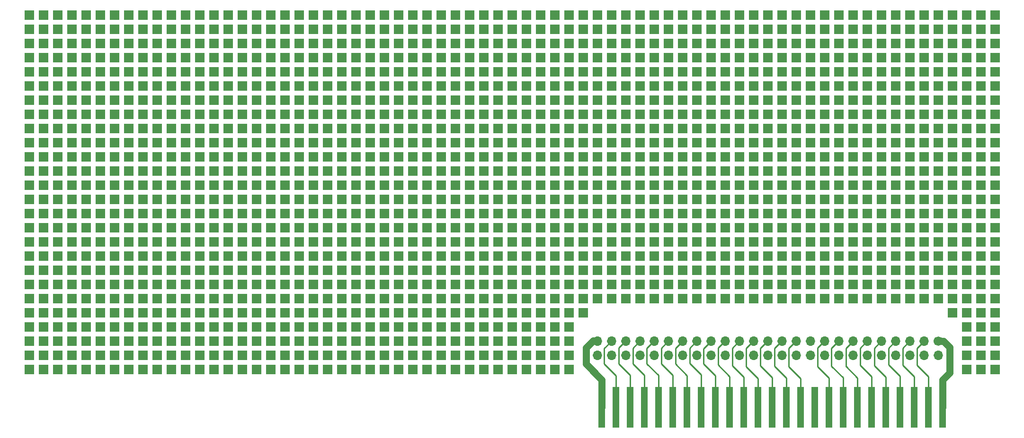
<source format=gbl>
G04 #@! TF.GenerationSoftware,KiCad,Pcbnew,(5.1.2)-1*
G04 #@! TF.CreationDate,2019-09-18T07:38:13-07:00*
G04 #@! TF.ProjectId,AppleIIPerfBoardCard,4170706c-6549-4495-9065-7266426f6172,rev?*
G04 #@! TF.SameCoordinates,Original*
G04 #@! TF.FileFunction,Copper,L2,Bot*
G04 #@! TF.FilePolarity,Positive*
%FSLAX46Y46*%
G04 Gerber Fmt 4.6, Leading zero omitted, Abs format (unit mm)*
G04 Created by KiCad (PCBNEW (5.1.2)-1) date 2019-09-18 07:38:13*
%MOMM*%
%LPD*%
G04 APERTURE LIST*
%ADD10O,1.700000X1.700000*%
%ADD11C,1.700000*%
%ADD12R,1.270000X7.300000*%
%ADD13R,1.700000X1.700000*%
%ADD14C,1.270000*%
%ADD15C,0.254000*%
G04 APERTURE END LIST*
D10*
X159131000Y-124432060D03*
X159131000Y-121892060D03*
X161671000Y-124432060D03*
X161671000Y-121892060D03*
X164211000Y-124432060D03*
X164211000Y-121892060D03*
X166751000Y-124432060D03*
X166751000Y-121892060D03*
X169291000Y-124432060D03*
X169291000Y-121892060D03*
X171831000Y-124432060D03*
X171831000Y-121892060D03*
X174371000Y-124432060D03*
X174371000Y-121892060D03*
X176911000Y-124432060D03*
X176911000Y-121892060D03*
X179451000Y-124432060D03*
X179451000Y-121892060D03*
X181991000Y-124432060D03*
X181991000Y-121892060D03*
X184531000Y-124432060D03*
X184531000Y-121892060D03*
X187071000Y-124432060D03*
X187071000Y-121892060D03*
X189611000Y-124432060D03*
X189611000Y-121892060D03*
X192151000Y-124432060D03*
X192151000Y-121892060D03*
X194691000Y-124432060D03*
X194691000Y-121892060D03*
X197231000Y-124432060D03*
X197231000Y-121892060D03*
X199771000Y-124432060D03*
X199771000Y-121892060D03*
X202311000Y-124432060D03*
X202311000Y-121892060D03*
X204851000Y-124432060D03*
X204851000Y-121892060D03*
X207391000Y-124432060D03*
X207391000Y-121892060D03*
X209931000Y-124432060D03*
X209931000Y-121892060D03*
X212471000Y-124432060D03*
X212471000Y-121892060D03*
X215011000Y-124432060D03*
X215011000Y-121892060D03*
X217551000Y-124432060D03*
X217551000Y-121892060D03*
X220091000Y-124432060D03*
D11*
X220091000Y-121892060D03*
D12*
X159942341Y-133759141D03*
X162482341Y-133759141D03*
X165022341Y-133759141D03*
X167562341Y-133759141D03*
X170102341Y-133759141D03*
X172642341Y-133759141D03*
X175182341Y-133759141D03*
X177722341Y-133759141D03*
X180262341Y-133759141D03*
X182802341Y-133759141D03*
X185342341Y-133759141D03*
X187882341Y-133759141D03*
X190422341Y-133759141D03*
X192962341Y-133759141D03*
X195502341Y-133759141D03*
X198042341Y-133759141D03*
X200582341Y-133759141D03*
X203122341Y-133759141D03*
X205662341Y-133759141D03*
X208202341Y-133759141D03*
X210742341Y-133759141D03*
X213282341Y-133759141D03*
X215822341Y-133759141D03*
X218362341Y-133759141D03*
X220902341Y-133759141D03*
D13*
X230251000Y-126972060D03*
X227711000Y-126972060D03*
X225171000Y-126972060D03*
X154051000Y-126972060D03*
X151511000Y-126972060D03*
X148971000Y-126972060D03*
X146431000Y-126972060D03*
X143891000Y-126972060D03*
X141351000Y-126972060D03*
X138811000Y-126972060D03*
X136271000Y-126972060D03*
X133731000Y-126972060D03*
X131191000Y-126972060D03*
X128651000Y-126972060D03*
X126111000Y-126972060D03*
X123571000Y-126972060D03*
X121031000Y-126972060D03*
X118491000Y-126972060D03*
X115951000Y-126972060D03*
X113411000Y-126972060D03*
X110871000Y-126972060D03*
X108331000Y-126972060D03*
X105791000Y-126972060D03*
X103251000Y-126972060D03*
X100711000Y-126972060D03*
X98171000Y-126972060D03*
X95631000Y-126972060D03*
X93091000Y-126972060D03*
X90551000Y-126972060D03*
X88011000Y-126972060D03*
X85471000Y-126972060D03*
X82931000Y-126972060D03*
X80391000Y-126972060D03*
X77851000Y-126972060D03*
X75311000Y-126972060D03*
X72771000Y-126972060D03*
X70231000Y-126972060D03*
X67691000Y-126972060D03*
X65151000Y-126972060D03*
X62611000Y-126972060D03*
X60071000Y-126972060D03*
X57531000Y-126972060D03*
X230251000Y-124432060D03*
X227711000Y-124432060D03*
X225171000Y-124432060D03*
X154051000Y-124432060D03*
X151511000Y-124432060D03*
X148971000Y-124432060D03*
X146431000Y-124432060D03*
X143891000Y-124432060D03*
X141351000Y-124432060D03*
X138811000Y-124432060D03*
X136271000Y-124432060D03*
X133731000Y-124432060D03*
X131191000Y-124432060D03*
X128651000Y-124432060D03*
X126111000Y-124432060D03*
X123571000Y-124432060D03*
X121031000Y-124432060D03*
X118491000Y-124432060D03*
X115951000Y-124432060D03*
X113411000Y-124432060D03*
X110871000Y-124432060D03*
X108331000Y-124432060D03*
X105791000Y-124432060D03*
X103251000Y-124432060D03*
X100711000Y-124432060D03*
X98171000Y-124432060D03*
X95631000Y-124432060D03*
X93091000Y-124432060D03*
X90551000Y-124432060D03*
X88011000Y-124432060D03*
X85471000Y-124432060D03*
X82931000Y-124432060D03*
X80391000Y-124432060D03*
X77851000Y-124432060D03*
X75311000Y-124432060D03*
X72771000Y-124432060D03*
X70231000Y-124432060D03*
X67691000Y-124432060D03*
X65151000Y-124432060D03*
X62611000Y-124432060D03*
X60071000Y-124432060D03*
X57531000Y-124432060D03*
X230251000Y-121892060D03*
X227711000Y-121892060D03*
X225171000Y-121892060D03*
X154051000Y-121892060D03*
X151511000Y-121892060D03*
X148971000Y-121892060D03*
X146431000Y-121892060D03*
X143891000Y-121892060D03*
X141351000Y-121892060D03*
X138811000Y-121892060D03*
X136271000Y-121892060D03*
X133731000Y-121892060D03*
X131191000Y-121892060D03*
X128651000Y-121892060D03*
X126111000Y-121892060D03*
X123571000Y-121892060D03*
X121031000Y-121892060D03*
X118491000Y-121892060D03*
X115951000Y-121892060D03*
X113411000Y-121892060D03*
X110871000Y-121892060D03*
X108331000Y-121892060D03*
X105791000Y-121892060D03*
X103251000Y-121892060D03*
X100711000Y-121892060D03*
X98171000Y-121892060D03*
X95631000Y-121892060D03*
X93091000Y-121892060D03*
X90551000Y-121892060D03*
X88011000Y-121892060D03*
X85471000Y-121892060D03*
X82931000Y-121892060D03*
X80391000Y-121892060D03*
X77851000Y-121892060D03*
X75311000Y-121892060D03*
X72771000Y-121892060D03*
X70231000Y-121892060D03*
X67691000Y-121892060D03*
X65151000Y-121892060D03*
X62611000Y-121892060D03*
X60071000Y-121892060D03*
X57531000Y-121892060D03*
X230251000Y-119352060D03*
X227711000Y-119352060D03*
X225171000Y-119352060D03*
X154051000Y-119352060D03*
X151511000Y-119352060D03*
X148971000Y-119352060D03*
X146431000Y-119352060D03*
X143891000Y-119352060D03*
X141351000Y-119352060D03*
X138811000Y-119352060D03*
X136271000Y-119352060D03*
X133731000Y-119352060D03*
X131191000Y-119352060D03*
X128651000Y-119352060D03*
X126111000Y-119352060D03*
X123571000Y-119352060D03*
X121031000Y-119352060D03*
X118491000Y-119352060D03*
X115951000Y-119352060D03*
X113411000Y-119352060D03*
X110871000Y-119352060D03*
X108331000Y-119352060D03*
X105791000Y-119352060D03*
X103251000Y-119352060D03*
X100711000Y-119352060D03*
X98171000Y-119352060D03*
X95631000Y-119352060D03*
X93091000Y-119352060D03*
X90551000Y-119352060D03*
X88011000Y-119352060D03*
X85471000Y-119352060D03*
X82931000Y-119352060D03*
X80391000Y-119352060D03*
X77851000Y-119352060D03*
X75311000Y-119352060D03*
X72771000Y-119352060D03*
X70231000Y-119352060D03*
X67691000Y-119352060D03*
X65151000Y-119352060D03*
X62611000Y-119352060D03*
X60071000Y-119352060D03*
X57531000Y-119352060D03*
X230251000Y-116812060D03*
X227711000Y-116812060D03*
X225171000Y-116812060D03*
X222631000Y-116812060D03*
X156591000Y-116812060D03*
X154051000Y-116812060D03*
X151511000Y-116812060D03*
X148971000Y-116812060D03*
X146431000Y-116812060D03*
X143891000Y-116812060D03*
X141351000Y-116812060D03*
X138811000Y-116812060D03*
X136271000Y-116812060D03*
X133731000Y-116812060D03*
X131191000Y-116812060D03*
X128651000Y-116812060D03*
X126111000Y-116812060D03*
X123571000Y-116812060D03*
X121031000Y-116812060D03*
X118491000Y-116812060D03*
X115951000Y-116812060D03*
X113411000Y-116812060D03*
X110871000Y-116812060D03*
X108331000Y-116812060D03*
X105791000Y-116812060D03*
X103251000Y-116812060D03*
X100711000Y-116812060D03*
X98171000Y-116812060D03*
X95631000Y-116812060D03*
X93091000Y-116812060D03*
X90551000Y-116812060D03*
X88011000Y-116812060D03*
X85471000Y-116812060D03*
X82931000Y-116812060D03*
X80391000Y-116812060D03*
X77851000Y-116812060D03*
X75311000Y-116812060D03*
X72771000Y-116812060D03*
X70231000Y-116812060D03*
X67691000Y-116812060D03*
X65151000Y-116812060D03*
X62611000Y-116812060D03*
X60071000Y-116812060D03*
X57531000Y-116812060D03*
X230251000Y-114272060D03*
X227711000Y-114272060D03*
X225171000Y-114272060D03*
X222631000Y-114272060D03*
X220091000Y-114272060D03*
X217551000Y-114272060D03*
X215011000Y-114272060D03*
X212471000Y-114272060D03*
X209931000Y-114272060D03*
X207391000Y-114272060D03*
X204851000Y-114272060D03*
X202311000Y-114272060D03*
X199771000Y-114272060D03*
X197231000Y-114272060D03*
X194691000Y-114272060D03*
X192151000Y-114272060D03*
X189611000Y-114272060D03*
X187071000Y-114272060D03*
X184531000Y-114272060D03*
X181991000Y-114272060D03*
X179451000Y-114272060D03*
X176911000Y-114272060D03*
X174371000Y-114272060D03*
X171831000Y-114272060D03*
X169291000Y-114272060D03*
X166751000Y-114272060D03*
X164211000Y-114272060D03*
X161671000Y-114272060D03*
X159131000Y-114272060D03*
X156591000Y-114272060D03*
X154051000Y-114272060D03*
X151511000Y-114272060D03*
X148971000Y-114272060D03*
X146431000Y-114272060D03*
X143891000Y-114272060D03*
X141351000Y-114272060D03*
X138811000Y-114272060D03*
X136271000Y-114272060D03*
X133731000Y-114272060D03*
X131191000Y-114272060D03*
X128651000Y-114272060D03*
X126111000Y-114272060D03*
X123571000Y-114272060D03*
X121031000Y-114272060D03*
X118491000Y-114272060D03*
X115951000Y-114272060D03*
X113411000Y-114272060D03*
X110871000Y-114272060D03*
X108331000Y-114272060D03*
X105791000Y-114272060D03*
X103251000Y-114272060D03*
X100711000Y-114272060D03*
X98171000Y-114272060D03*
X95631000Y-114272060D03*
X93091000Y-114272060D03*
X90551000Y-114272060D03*
X88011000Y-114272060D03*
X85471000Y-114272060D03*
X82931000Y-114272060D03*
X80391000Y-114272060D03*
X77851000Y-114272060D03*
X75311000Y-114272060D03*
X72771000Y-114272060D03*
X70231000Y-114272060D03*
X67691000Y-114272060D03*
X65151000Y-114272060D03*
X62611000Y-114272060D03*
X60071000Y-114272060D03*
X57531000Y-114272060D03*
X230251000Y-111732060D03*
X227711000Y-111732060D03*
X225171000Y-111732060D03*
X222631000Y-111732060D03*
X220091000Y-111732060D03*
X217551000Y-111732060D03*
X215011000Y-111732060D03*
X212471000Y-111732060D03*
X209931000Y-111732060D03*
X207391000Y-111732060D03*
X204851000Y-111732060D03*
X202311000Y-111732060D03*
X199771000Y-111732060D03*
X197231000Y-111732060D03*
X194691000Y-111732060D03*
X192151000Y-111732060D03*
X189611000Y-111732060D03*
X187071000Y-111732060D03*
X184531000Y-111732060D03*
X181991000Y-111732060D03*
X179451000Y-111732060D03*
X176911000Y-111732060D03*
X174371000Y-111732060D03*
X171831000Y-111732060D03*
X169291000Y-111732060D03*
X166751000Y-111732060D03*
X164211000Y-111732060D03*
X161671000Y-111732060D03*
X159131000Y-111732060D03*
X156591000Y-111732060D03*
X154051000Y-111732060D03*
X151511000Y-111732060D03*
X148971000Y-111732060D03*
X146431000Y-111732060D03*
X143891000Y-111732060D03*
X141351000Y-111732060D03*
X138811000Y-111732060D03*
X136271000Y-111732060D03*
X133731000Y-111732060D03*
X131191000Y-111732060D03*
X128651000Y-111732060D03*
X126111000Y-111732060D03*
X123571000Y-111732060D03*
X121031000Y-111732060D03*
X118491000Y-111732060D03*
X115951000Y-111732060D03*
X113411000Y-111732060D03*
X110871000Y-111732060D03*
X108331000Y-111732060D03*
X105791000Y-111732060D03*
X103251000Y-111732060D03*
X100711000Y-111732060D03*
X98171000Y-111732060D03*
X95631000Y-111732060D03*
X93091000Y-111732060D03*
X90551000Y-111732060D03*
X88011000Y-111732060D03*
X85471000Y-111732060D03*
X82931000Y-111732060D03*
X80391000Y-111732060D03*
X77851000Y-111732060D03*
X75311000Y-111732060D03*
X72771000Y-111732060D03*
X70231000Y-111732060D03*
X67691000Y-111732060D03*
X65151000Y-111732060D03*
X62611000Y-111732060D03*
X60071000Y-111732060D03*
X57531000Y-111732060D03*
X230251000Y-109192060D03*
X227711000Y-109192060D03*
X225171000Y-109192060D03*
X222631000Y-109192060D03*
X220091000Y-109192060D03*
X217551000Y-109192060D03*
X215011000Y-109192060D03*
X212471000Y-109192060D03*
X209931000Y-109192060D03*
X207391000Y-109192060D03*
X204851000Y-109192060D03*
X202311000Y-109192060D03*
X199771000Y-109192060D03*
X197231000Y-109192060D03*
X194691000Y-109192060D03*
X192151000Y-109192060D03*
X189611000Y-109192060D03*
X187071000Y-109192060D03*
X184531000Y-109192060D03*
X181991000Y-109192060D03*
X179451000Y-109192060D03*
X176911000Y-109192060D03*
X174371000Y-109192060D03*
X171831000Y-109192060D03*
X169291000Y-109192060D03*
X166751000Y-109192060D03*
X164211000Y-109192060D03*
X161671000Y-109192060D03*
X159131000Y-109192060D03*
X156591000Y-109192060D03*
X154051000Y-109192060D03*
X151511000Y-109192060D03*
X148971000Y-109192060D03*
X146431000Y-109192060D03*
X143891000Y-109192060D03*
X141351000Y-109192060D03*
X138811000Y-109192060D03*
X136271000Y-109192060D03*
X133731000Y-109192060D03*
X131191000Y-109192060D03*
X128651000Y-109192060D03*
X126111000Y-109192060D03*
X123571000Y-109192060D03*
X121031000Y-109192060D03*
X118491000Y-109192060D03*
X115951000Y-109192060D03*
X113411000Y-109192060D03*
X110871000Y-109192060D03*
X108331000Y-109192060D03*
X105791000Y-109192060D03*
X103251000Y-109192060D03*
X100711000Y-109192060D03*
X98171000Y-109192060D03*
X95631000Y-109192060D03*
X93091000Y-109192060D03*
X90551000Y-109192060D03*
X88011000Y-109192060D03*
X85471000Y-109192060D03*
X82931000Y-109192060D03*
X80391000Y-109192060D03*
X77851000Y-109192060D03*
X75311000Y-109192060D03*
X72771000Y-109192060D03*
X70231000Y-109192060D03*
X67691000Y-109192060D03*
X65151000Y-109192060D03*
X62611000Y-109192060D03*
X60071000Y-109192060D03*
X57531000Y-109192060D03*
X230251000Y-106652060D03*
X227711000Y-106652060D03*
X225171000Y-106652060D03*
X222631000Y-106652060D03*
X220091000Y-106652060D03*
X217551000Y-106652060D03*
X215011000Y-106652060D03*
X212471000Y-106652060D03*
X209931000Y-106652060D03*
X207391000Y-106652060D03*
X204851000Y-106652060D03*
X202311000Y-106652060D03*
X199771000Y-106652060D03*
X197231000Y-106652060D03*
X194691000Y-106652060D03*
X192151000Y-106652060D03*
X189611000Y-106652060D03*
X187071000Y-106652060D03*
X184531000Y-106652060D03*
X181991000Y-106652060D03*
X179451000Y-106652060D03*
X176911000Y-106652060D03*
X174371000Y-106652060D03*
X171831000Y-106652060D03*
X169291000Y-106652060D03*
X166751000Y-106652060D03*
X164211000Y-106652060D03*
X161671000Y-106652060D03*
X159131000Y-106652060D03*
X156591000Y-106652060D03*
X154051000Y-106652060D03*
X151511000Y-106652060D03*
X148971000Y-106652060D03*
X146431000Y-106652060D03*
X143891000Y-106652060D03*
X141351000Y-106652060D03*
X138811000Y-106652060D03*
X136271000Y-106652060D03*
X133731000Y-106652060D03*
X131191000Y-106652060D03*
X128651000Y-106652060D03*
X126111000Y-106652060D03*
X123571000Y-106652060D03*
X121031000Y-106652060D03*
X118491000Y-106652060D03*
X115951000Y-106652060D03*
X113411000Y-106652060D03*
X110871000Y-106652060D03*
X108331000Y-106652060D03*
X105791000Y-106652060D03*
X103251000Y-106652060D03*
X100711000Y-106652060D03*
X98171000Y-106652060D03*
X95631000Y-106652060D03*
X93091000Y-106652060D03*
X90551000Y-106652060D03*
X88011000Y-106652060D03*
X85471000Y-106652060D03*
X82931000Y-106652060D03*
X80391000Y-106652060D03*
X77851000Y-106652060D03*
X75311000Y-106652060D03*
X72771000Y-106652060D03*
X70231000Y-106652060D03*
X67691000Y-106652060D03*
X65151000Y-106652060D03*
X62611000Y-106652060D03*
X60071000Y-106652060D03*
X57531000Y-106652060D03*
X230251000Y-104112060D03*
X227711000Y-104112060D03*
X225171000Y-104112060D03*
X222631000Y-104112060D03*
X220091000Y-104112060D03*
X217551000Y-104112060D03*
X215011000Y-104112060D03*
X212471000Y-104112060D03*
X209931000Y-104112060D03*
X207391000Y-104112060D03*
X204851000Y-104112060D03*
X202311000Y-104112060D03*
X199771000Y-104112060D03*
X197231000Y-104112060D03*
X194691000Y-104112060D03*
X192151000Y-104112060D03*
X189611000Y-104112060D03*
X187071000Y-104112060D03*
X184531000Y-104112060D03*
X181991000Y-104112060D03*
X179451000Y-104112060D03*
X176911000Y-104112060D03*
X174371000Y-104112060D03*
X171831000Y-104112060D03*
X169291000Y-104112060D03*
X166751000Y-104112060D03*
X164211000Y-104112060D03*
X161671000Y-104112060D03*
X159131000Y-104112060D03*
X156591000Y-104112060D03*
X154051000Y-104112060D03*
X151511000Y-104112060D03*
X148971000Y-104112060D03*
X146431000Y-104112060D03*
X143891000Y-104112060D03*
X141351000Y-104112060D03*
X138811000Y-104112060D03*
X136271000Y-104112060D03*
X133731000Y-104112060D03*
X131191000Y-104112060D03*
X128651000Y-104112060D03*
X126111000Y-104112060D03*
X123571000Y-104112060D03*
X121031000Y-104112060D03*
X118491000Y-104112060D03*
X115951000Y-104112060D03*
X113411000Y-104112060D03*
X110871000Y-104112060D03*
X108331000Y-104112060D03*
X105791000Y-104112060D03*
X103251000Y-104112060D03*
X100711000Y-104112060D03*
X98171000Y-104112060D03*
X95631000Y-104112060D03*
X93091000Y-104112060D03*
X90551000Y-104112060D03*
X88011000Y-104112060D03*
X85471000Y-104112060D03*
X82931000Y-104112060D03*
X80391000Y-104112060D03*
X77851000Y-104112060D03*
X75311000Y-104112060D03*
X72771000Y-104112060D03*
X70231000Y-104112060D03*
X67691000Y-104112060D03*
X65151000Y-104112060D03*
X62611000Y-104112060D03*
X60071000Y-104112060D03*
X57531000Y-104112060D03*
X230251000Y-101572060D03*
X227711000Y-101572060D03*
X225171000Y-101572060D03*
X222631000Y-101572060D03*
X220091000Y-101572060D03*
X217551000Y-101572060D03*
X215011000Y-101572060D03*
X212471000Y-101572060D03*
X209931000Y-101572060D03*
X207391000Y-101572060D03*
X204851000Y-101572060D03*
X202311000Y-101572060D03*
X199771000Y-101572060D03*
X197231000Y-101572060D03*
X194691000Y-101572060D03*
X192151000Y-101572060D03*
X189611000Y-101572060D03*
X187071000Y-101572060D03*
X184531000Y-101572060D03*
X181991000Y-101572060D03*
X179451000Y-101572060D03*
X176911000Y-101572060D03*
X174371000Y-101572060D03*
X171831000Y-101572060D03*
X169291000Y-101572060D03*
X166751000Y-101572060D03*
X164211000Y-101572060D03*
X161671000Y-101572060D03*
X159131000Y-101572060D03*
X156591000Y-101572060D03*
X154051000Y-101572060D03*
X151511000Y-101572060D03*
X148971000Y-101572060D03*
X146431000Y-101572060D03*
X143891000Y-101572060D03*
X141351000Y-101572060D03*
X138811000Y-101572060D03*
X136271000Y-101572060D03*
X133731000Y-101572060D03*
X131191000Y-101572060D03*
X128651000Y-101572060D03*
X126111000Y-101572060D03*
X123571000Y-101572060D03*
X121031000Y-101572060D03*
X118491000Y-101572060D03*
X115951000Y-101572060D03*
X113411000Y-101572060D03*
X110871000Y-101572060D03*
X108331000Y-101572060D03*
X105791000Y-101572060D03*
X103251000Y-101572060D03*
X100711000Y-101572060D03*
X98171000Y-101572060D03*
X95631000Y-101572060D03*
X93091000Y-101572060D03*
X90551000Y-101572060D03*
X88011000Y-101572060D03*
X85471000Y-101572060D03*
X82931000Y-101572060D03*
X80391000Y-101572060D03*
X77851000Y-101572060D03*
X75311000Y-101572060D03*
X72771000Y-101572060D03*
X70231000Y-101572060D03*
X67691000Y-101572060D03*
X65151000Y-101572060D03*
X62611000Y-101572060D03*
X60071000Y-101572060D03*
X57531000Y-101572060D03*
X230251000Y-99032060D03*
X227711000Y-99032060D03*
X225171000Y-99032060D03*
X222631000Y-99032060D03*
X220091000Y-99032060D03*
X217551000Y-99032060D03*
X215011000Y-99032060D03*
X212471000Y-99032060D03*
X209931000Y-99032060D03*
X207391000Y-99032060D03*
X204851000Y-99032060D03*
X202311000Y-99032060D03*
X199771000Y-99032060D03*
X197231000Y-99032060D03*
X194691000Y-99032060D03*
X192151000Y-99032060D03*
X189611000Y-99032060D03*
X187071000Y-99032060D03*
X184531000Y-99032060D03*
X181991000Y-99032060D03*
X179451000Y-99032060D03*
X176911000Y-99032060D03*
X174371000Y-99032060D03*
X171831000Y-99032060D03*
X169291000Y-99032060D03*
X166751000Y-99032060D03*
X164211000Y-99032060D03*
X161671000Y-99032060D03*
X159131000Y-99032060D03*
X156591000Y-99032060D03*
X154051000Y-99032060D03*
X151511000Y-99032060D03*
X148971000Y-99032060D03*
X146431000Y-99032060D03*
X143891000Y-99032060D03*
X141351000Y-99032060D03*
X138811000Y-99032060D03*
X136271000Y-99032060D03*
X133731000Y-99032060D03*
X131191000Y-99032060D03*
X128651000Y-99032060D03*
X126111000Y-99032060D03*
X123571000Y-99032060D03*
X121031000Y-99032060D03*
X118491000Y-99032060D03*
X115951000Y-99032060D03*
X113411000Y-99032060D03*
X110871000Y-99032060D03*
X108331000Y-99032060D03*
X105791000Y-99032060D03*
X103251000Y-99032060D03*
X100711000Y-99032060D03*
X98171000Y-99032060D03*
X95631000Y-99032060D03*
X93091000Y-99032060D03*
X90551000Y-99032060D03*
X88011000Y-99032060D03*
X85471000Y-99032060D03*
X82931000Y-99032060D03*
X80391000Y-99032060D03*
X77851000Y-99032060D03*
X75311000Y-99032060D03*
X72771000Y-99032060D03*
X70231000Y-99032060D03*
X67691000Y-99032060D03*
X65151000Y-99032060D03*
X62611000Y-99032060D03*
X60071000Y-99032060D03*
X57531000Y-99032060D03*
X230251000Y-96492060D03*
X227711000Y-96492060D03*
X225171000Y-96492060D03*
X222631000Y-96492060D03*
X220091000Y-96492060D03*
X217551000Y-96492060D03*
X215011000Y-96492060D03*
X212471000Y-96492060D03*
X209931000Y-96492060D03*
X207391000Y-96492060D03*
X204851000Y-96492060D03*
X202311000Y-96492060D03*
X199771000Y-96492060D03*
X197231000Y-96492060D03*
X194691000Y-96492060D03*
X192151000Y-96492060D03*
X189611000Y-96492060D03*
X187071000Y-96492060D03*
X184531000Y-96492060D03*
X181991000Y-96492060D03*
X179451000Y-96492060D03*
X176911000Y-96492060D03*
X174371000Y-96492060D03*
X171831000Y-96492060D03*
X169291000Y-96492060D03*
X166751000Y-96492060D03*
X164211000Y-96492060D03*
X161671000Y-96492060D03*
X159131000Y-96492060D03*
X156591000Y-96492060D03*
X154051000Y-96492060D03*
X151511000Y-96492060D03*
X148971000Y-96492060D03*
X146431000Y-96492060D03*
X143891000Y-96492060D03*
X141351000Y-96492060D03*
X138811000Y-96492060D03*
X136271000Y-96492060D03*
X133731000Y-96492060D03*
X131191000Y-96492060D03*
X128651000Y-96492060D03*
X126111000Y-96492060D03*
X123571000Y-96492060D03*
X121031000Y-96492060D03*
X118491000Y-96492060D03*
X115951000Y-96492060D03*
X113411000Y-96492060D03*
X110871000Y-96492060D03*
X108331000Y-96492060D03*
X105791000Y-96492060D03*
X103251000Y-96492060D03*
X100711000Y-96492060D03*
X98171000Y-96492060D03*
X95631000Y-96492060D03*
X93091000Y-96492060D03*
X90551000Y-96492060D03*
X88011000Y-96492060D03*
X85471000Y-96492060D03*
X82931000Y-96492060D03*
X80391000Y-96492060D03*
X77851000Y-96492060D03*
X75311000Y-96492060D03*
X72771000Y-96492060D03*
X70231000Y-96492060D03*
X67691000Y-96492060D03*
X65151000Y-96492060D03*
X62611000Y-96492060D03*
X60071000Y-96492060D03*
X57531000Y-96492060D03*
X230251000Y-93952060D03*
X227711000Y-93952060D03*
X225171000Y-93952060D03*
X222631000Y-93952060D03*
X220091000Y-93952060D03*
X217551000Y-93952060D03*
X215011000Y-93952060D03*
X212471000Y-93952060D03*
X209931000Y-93952060D03*
X207391000Y-93952060D03*
X204851000Y-93952060D03*
X202311000Y-93952060D03*
X199771000Y-93952060D03*
X197231000Y-93952060D03*
X194691000Y-93952060D03*
X192151000Y-93952060D03*
X189611000Y-93952060D03*
X187071000Y-93952060D03*
X184531000Y-93952060D03*
X181991000Y-93952060D03*
X179451000Y-93952060D03*
X176911000Y-93952060D03*
X174371000Y-93952060D03*
X171831000Y-93952060D03*
X169291000Y-93952060D03*
X166751000Y-93952060D03*
X164211000Y-93952060D03*
X161671000Y-93952060D03*
X159131000Y-93952060D03*
X156591000Y-93952060D03*
X154051000Y-93952060D03*
X151511000Y-93952060D03*
X148971000Y-93952060D03*
X146431000Y-93952060D03*
X143891000Y-93952060D03*
X141351000Y-93952060D03*
X138811000Y-93952060D03*
X136271000Y-93952060D03*
X133731000Y-93952060D03*
X131191000Y-93952060D03*
X128651000Y-93952060D03*
X126111000Y-93952060D03*
X123571000Y-93952060D03*
X121031000Y-93952060D03*
X118491000Y-93952060D03*
X115951000Y-93952060D03*
X113411000Y-93952060D03*
X110871000Y-93952060D03*
X108331000Y-93952060D03*
X105791000Y-93952060D03*
X103251000Y-93952060D03*
X100711000Y-93952060D03*
X98171000Y-93952060D03*
X95631000Y-93952060D03*
X93091000Y-93952060D03*
X90551000Y-93952060D03*
X88011000Y-93952060D03*
X85471000Y-93952060D03*
X82931000Y-93952060D03*
X80391000Y-93952060D03*
X77851000Y-93952060D03*
X75311000Y-93952060D03*
X72771000Y-93952060D03*
X70231000Y-93952060D03*
X67691000Y-93952060D03*
X65151000Y-93952060D03*
X62611000Y-93952060D03*
X60071000Y-93952060D03*
X57531000Y-93952060D03*
X230251000Y-91412060D03*
X227711000Y-91412060D03*
X225171000Y-91412060D03*
X222631000Y-91412060D03*
X220091000Y-91412060D03*
X217551000Y-91412060D03*
X215011000Y-91412060D03*
X212471000Y-91412060D03*
X209931000Y-91412060D03*
X207391000Y-91412060D03*
X204851000Y-91412060D03*
X202311000Y-91412060D03*
X199771000Y-91412060D03*
X197231000Y-91412060D03*
X194691000Y-91412060D03*
X192151000Y-91412060D03*
X189611000Y-91412060D03*
X187071000Y-91412060D03*
X184531000Y-91412060D03*
X181991000Y-91412060D03*
X179451000Y-91412060D03*
X176911000Y-91412060D03*
X174371000Y-91412060D03*
X171831000Y-91412060D03*
X169291000Y-91412060D03*
X166751000Y-91412060D03*
X164211000Y-91412060D03*
X161671000Y-91412060D03*
X159131000Y-91412060D03*
X156591000Y-91412060D03*
X154051000Y-91412060D03*
X151511000Y-91412060D03*
X148971000Y-91412060D03*
X146431000Y-91412060D03*
X143891000Y-91412060D03*
X141351000Y-91412060D03*
X138811000Y-91412060D03*
X136271000Y-91412060D03*
X133731000Y-91412060D03*
X131191000Y-91412060D03*
X128651000Y-91412060D03*
X126111000Y-91412060D03*
X123571000Y-91412060D03*
X121031000Y-91412060D03*
X118491000Y-91412060D03*
X115951000Y-91412060D03*
X113411000Y-91412060D03*
X110871000Y-91412060D03*
X108331000Y-91412060D03*
X105791000Y-91412060D03*
X103251000Y-91412060D03*
X100711000Y-91412060D03*
X98171000Y-91412060D03*
X95631000Y-91412060D03*
X93091000Y-91412060D03*
X90551000Y-91412060D03*
X88011000Y-91412060D03*
X85471000Y-91412060D03*
X82931000Y-91412060D03*
X80391000Y-91412060D03*
X77851000Y-91412060D03*
X75311000Y-91412060D03*
X72771000Y-91412060D03*
X70231000Y-91412060D03*
X67691000Y-91412060D03*
X65151000Y-91412060D03*
X62611000Y-91412060D03*
X60071000Y-91412060D03*
X57531000Y-91412060D03*
X230251000Y-88872060D03*
X227711000Y-88872060D03*
X225171000Y-88872060D03*
X222631000Y-88872060D03*
X220091000Y-88872060D03*
X217551000Y-88872060D03*
X215011000Y-88872060D03*
X212471000Y-88872060D03*
X209931000Y-88872060D03*
X207391000Y-88872060D03*
X204851000Y-88872060D03*
X202311000Y-88872060D03*
X199771000Y-88872060D03*
X197231000Y-88872060D03*
X194691000Y-88872060D03*
X192151000Y-88872060D03*
X189611000Y-88872060D03*
X187071000Y-88872060D03*
X184531000Y-88872060D03*
X181991000Y-88872060D03*
X179451000Y-88872060D03*
X176911000Y-88872060D03*
X174371000Y-88872060D03*
X171831000Y-88872060D03*
X169291000Y-88872060D03*
X166751000Y-88872060D03*
X164211000Y-88872060D03*
X161671000Y-88872060D03*
X159131000Y-88872060D03*
X156591000Y-88872060D03*
X154051000Y-88872060D03*
X151511000Y-88872060D03*
X148971000Y-88872060D03*
X146431000Y-88872060D03*
X143891000Y-88872060D03*
X141351000Y-88872060D03*
X138811000Y-88872060D03*
X136271000Y-88872060D03*
X133731000Y-88872060D03*
X131191000Y-88872060D03*
X128651000Y-88872060D03*
X126111000Y-88872060D03*
X123571000Y-88872060D03*
X121031000Y-88872060D03*
X118491000Y-88872060D03*
X115951000Y-88872060D03*
X113411000Y-88872060D03*
X110871000Y-88872060D03*
X108331000Y-88872060D03*
X105791000Y-88872060D03*
X103251000Y-88872060D03*
X100711000Y-88872060D03*
X98171000Y-88872060D03*
X95631000Y-88872060D03*
X93091000Y-88872060D03*
X90551000Y-88872060D03*
X88011000Y-88872060D03*
X85471000Y-88872060D03*
X82931000Y-88872060D03*
X80391000Y-88872060D03*
X77851000Y-88872060D03*
X75311000Y-88872060D03*
X72771000Y-88872060D03*
X70231000Y-88872060D03*
X67691000Y-88872060D03*
X65151000Y-88872060D03*
X62611000Y-88872060D03*
X60071000Y-88872060D03*
X57531000Y-88872060D03*
X230251000Y-86332060D03*
X227711000Y-86332060D03*
X225171000Y-86332060D03*
X222631000Y-86332060D03*
X220091000Y-86332060D03*
X217551000Y-86332060D03*
X215011000Y-86332060D03*
X212471000Y-86332060D03*
X209931000Y-86332060D03*
X207391000Y-86332060D03*
X204851000Y-86332060D03*
X202311000Y-86332060D03*
X199771000Y-86332060D03*
X197231000Y-86332060D03*
X194691000Y-86332060D03*
X192151000Y-86332060D03*
X189611000Y-86332060D03*
X187071000Y-86332060D03*
X184531000Y-86332060D03*
X181991000Y-86332060D03*
X179451000Y-86332060D03*
X176911000Y-86332060D03*
X174371000Y-86332060D03*
X171831000Y-86332060D03*
X169291000Y-86332060D03*
X166751000Y-86332060D03*
X164211000Y-86332060D03*
X161671000Y-86332060D03*
X159131000Y-86332060D03*
X156591000Y-86332060D03*
X154051000Y-86332060D03*
X151511000Y-86332060D03*
X148971000Y-86332060D03*
X146431000Y-86332060D03*
X143891000Y-86332060D03*
X141351000Y-86332060D03*
X138811000Y-86332060D03*
X136271000Y-86332060D03*
X133731000Y-86332060D03*
X131191000Y-86332060D03*
X128651000Y-86332060D03*
X126111000Y-86332060D03*
X123571000Y-86332060D03*
X121031000Y-86332060D03*
X118491000Y-86332060D03*
X115951000Y-86332060D03*
X113411000Y-86332060D03*
X110871000Y-86332060D03*
X108331000Y-86332060D03*
X105791000Y-86332060D03*
X103251000Y-86332060D03*
X100711000Y-86332060D03*
X98171000Y-86332060D03*
X95631000Y-86332060D03*
X93091000Y-86332060D03*
X90551000Y-86332060D03*
X88011000Y-86332060D03*
X85471000Y-86332060D03*
X82931000Y-86332060D03*
X80391000Y-86332060D03*
X77851000Y-86332060D03*
X75311000Y-86332060D03*
X72771000Y-86332060D03*
X70231000Y-86332060D03*
X67691000Y-86332060D03*
X65151000Y-86332060D03*
X62611000Y-86332060D03*
X60071000Y-86332060D03*
X57531000Y-86332060D03*
X230251000Y-83792060D03*
X227711000Y-83792060D03*
X225171000Y-83792060D03*
X222631000Y-83792060D03*
X220091000Y-83792060D03*
X217551000Y-83792060D03*
X215011000Y-83792060D03*
X212471000Y-83792060D03*
X209931000Y-83792060D03*
X207391000Y-83792060D03*
X204851000Y-83792060D03*
X202311000Y-83792060D03*
X199771000Y-83792060D03*
X197231000Y-83792060D03*
X194691000Y-83792060D03*
X192151000Y-83792060D03*
X189611000Y-83792060D03*
X187071000Y-83792060D03*
X184531000Y-83792060D03*
X181991000Y-83792060D03*
X179451000Y-83792060D03*
X176911000Y-83792060D03*
X174371000Y-83792060D03*
X171831000Y-83792060D03*
X169291000Y-83792060D03*
X166751000Y-83792060D03*
X164211000Y-83792060D03*
X161671000Y-83792060D03*
X159131000Y-83792060D03*
X156591000Y-83792060D03*
X154051000Y-83792060D03*
X151511000Y-83792060D03*
X148971000Y-83792060D03*
X146431000Y-83792060D03*
X143891000Y-83792060D03*
X141351000Y-83792060D03*
X138811000Y-83792060D03*
X136271000Y-83792060D03*
X133731000Y-83792060D03*
X131191000Y-83792060D03*
X128651000Y-83792060D03*
X126111000Y-83792060D03*
X123571000Y-83792060D03*
X121031000Y-83792060D03*
X118491000Y-83792060D03*
X115951000Y-83792060D03*
X113411000Y-83792060D03*
X110871000Y-83792060D03*
X108331000Y-83792060D03*
X105791000Y-83792060D03*
X103251000Y-83792060D03*
X100711000Y-83792060D03*
X98171000Y-83792060D03*
X95631000Y-83792060D03*
X93091000Y-83792060D03*
X90551000Y-83792060D03*
X88011000Y-83792060D03*
X85471000Y-83792060D03*
X82931000Y-83792060D03*
X80391000Y-83792060D03*
X77851000Y-83792060D03*
X75311000Y-83792060D03*
X72771000Y-83792060D03*
X70231000Y-83792060D03*
X67691000Y-83792060D03*
X65151000Y-83792060D03*
X62611000Y-83792060D03*
X60071000Y-83792060D03*
X57531000Y-83792060D03*
X230251000Y-81252060D03*
X227711000Y-81252060D03*
X225171000Y-81252060D03*
X222631000Y-81252060D03*
X220091000Y-81252060D03*
X217551000Y-81252060D03*
X215011000Y-81252060D03*
X212471000Y-81252060D03*
X209931000Y-81252060D03*
X207391000Y-81252060D03*
X204851000Y-81252060D03*
X202311000Y-81252060D03*
X199771000Y-81252060D03*
X197231000Y-81252060D03*
X194691000Y-81252060D03*
X192151000Y-81252060D03*
X189611000Y-81252060D03*
X187071000Y-81252060D03*
X184531000Y-81252060D03*
X181991000Y-81252060D03*
X179451000Y-81252060D03*
X176911000Y-81252060D03*
X174371000Y-81252060D03*
X171831000Y-81252060D03*
X169291000Y-81252060D03*
X166751000Y-81252060D03*
X164211000Y-81252060D03*
X161671000Y-81252060D03*
X159131000Y-81252060D03*
X156591000Y-81252060D03*
X154051000Y-81252060D03*
X151511000Y-81252060D03*
X148971000Y-81252060D03*
X146431000Y-81252060D03*
X143891000Y-81252060D03*
X141351000Y-81252060D03*
X138811000Y-81252060D03*
X136271000Y-81252060D03*
X133731000Y-81252060D03*
X131191000Y-81252060D03*
X128651000Y-81252060D03*
X126111000Y-81252060D03*
X123571000Y-81252060D03*
X121031000Y-81252060D03*
X118491000Y-81252060D03*
X115951000Y-81252060D03*
X113411000Y-81252060D03*
X110871000Y-81252060D03*
X108331000Y-81252060D03*
X105791000Y-81252060D03*
X103251000Y-81252060D03*
X100711000Y-81252060D03*
X98171000Y-81252060D03*
X95631000Y-81252060D03*
X93091000Y-81252060D03*
X90551000Y-81252060D03*
X88011000Y-81252060D03*
X85471000Y-81252060D03*
X82931000Y-81252060D03*
X80391000Y-81252060D03*
X77851000Y-81252060D03*
X75311000Y-81252060D03*
X72771000Y-81252060D03*
X70231000Y-81252060D03*
X67691000Y-81252060D03*
X65151000Y-81252060D03*
X62611000Y-81252060D03*
X60071000Y-81252060D03*
X57531000Y-81252060D03*
X230251000Y-78712060D03*
X227711000Y-78712060D03*
X225171000Y-78712060D03*
X222631000Y-78712060D03*
X220091000Y-78712060D03*
X217551000Y-78712060D03*
X215011000Y-78712060D03*
X212471000Y-78712060D03*
X209931000Y-78712060D03*
X207391000Y-78712060D03*
X204851000Y-78712060D03*
X202311000Y-78712060D03*
X199771000Y-78712060D03*
X197231000Y-78712060D03*
X194691000Y-78712060D03*
X192151000Y-78712060D03*
X189611000Y-78712060D03*
X187071000Y-78712060D03*
X184531000Y-78712060D03*
X181991000Y-78712060D03*
X179451000Y-78712060D03*
X176911000Y-78712060D03*
X174371000Y-78712060D03*
X171831000Y-78712060D03*
X169291000Y-78712060D03*
X166751000Y-78712060D03*
X164211000Y-78712060D03*
X161671000Y-78712060D03*
X159131000Y-78712060D03*
X156591000Y-78712060D03*
X154051000Y-78712060D03*
X151511000Y-78712060D03*
X148971000Y-78712060D03*
X146431000Y-78712060D03*
X143891000Y-78712060D03*
X141351000Y-78712060D03*
X138811000Y-78712060D03*
X136271000Y-78712060D03*
X133731000Y-78712060D03*
X131191000Y-78712060D03*
X128651000Y-78712060D03*
X126111000Y-78712060D03*
X123571000Y-78712060D03*
X121031000Y-78712060D03*
X118491000Y-78712060D03*
X115951000Y-78712060D03*
X113411000Y-78712060D03*
X110871000Y-78712060D03*
X108331000Y-78712060D03*
X105791000Y-78712060D03*
X103251000Y-78712060D03*
X100711000Y-78712060D03*
X98171000Y-78712060D03*
X95631000Y-78712060D03*
X93091000Y-78712060D03*
X90551000Y-78712060D03*
X88011000Y-78712060D03*
X85471000Y-78712060D03*
X82931000Y-78712060D03*
X80391000Y-78712060D03*
X77851000Y-78712060D03*
X75311000Y-78712060D03*
X72771000Y-78712060D03*
X70231000Y-78712060D03*
X67691000Y-78712060D03*
X65151000Y-78712060D03*
X62611000Y-78712060D03*
X60071000Y-78712060D03*
X57531000Y-78712060D03*
X230251000Y-76172060D03*
X227711000Y-76172060D03*
X225171000Y-76172060D03*
X222631000Y-76172060D03*
X220091000Y-76172060D03*
X217551000Y-76172060D03*
X215011000Y-76172060D03*
X212471000Y-76172060D03*
X209931000Y-76172060D03*
X207391000Y-76172060D03*
X204851000Y-76172060D03*
X202311000Y-76172060D03*
X199771000Y-76172060D03*
X197231000Y-76172060D03*
X194691000Y-76172060D03*
X192151000Y-76172060D03*
X189611000Y-76172060D03*
X187071000Y-76172060D03*
X184531000Y-76172060D03*
X181991000Y-76172060D03*
X179451000Y-76172060D03*
X176911000Y-76172060D03*
X174371000Y-76172060D03*
X171831000Y-76172060D03*
X169291000Y-76172060D03*
X166751000Y-76172060D03*
X164211000Y-76172060D03*
X161671000Y-76172060D03*
X159131000Y-76172060D03*
X156591000Y-76172060D03*
X154051000Y-76172060D03*
X151511000Y-76172060D03*
X148971000Y-76172060D03*
X146431000Y-76172060D03*
X143891000Y-76172060D03*
X141351000Y-76172060D03*
X138811000Y-76172060D03*
X136271000Y-76172060D03*
X133731000Y-76172060D03*
X131191000Y-76172060D03*
X128651000Y-76172060D03*
X126111000Y-76172060D03*
X123571000Y-76172060D03*
X121031000Y-76172060D03*
X118491000Y-76172060D03*
X115951000Y-76172060D03*
X113411000Y-76172060D03*
X110871000Y-76172060D03*
X108331000Y-76172060D03*
X105791000Y-76172060D03*
X103251000Y-76172060D03*
X100711000Y-76172060D03*
X98171000Y-76172060D03*
X95631000Y-76172060D03*
X93091000Y-76172060D03*
X90551000Y-76172060D03*
X88011000Y-76172060D03*
X85471000Y-76172060D03*
X82931000Y-76172060D03*
X80391000Y-76172060D03*
X77851000Y-76172060D03*
X75311000Y-76172060D03*
X72771000Y-76172060D03*
X70231000Y-76172060D03*
X67691000Y-76172060D03*
X65151000Y-76172060D03*
X62611000Y-76172060D03*
X60071000Y-76172060D03*
X57531000Y-76172060D03*
X230251000Y-73632060D03*
X227711000Y-73632060D03*
X225171000Y-73632060D03*
X222631000Y-73632060D03*
X220091000Y-73632060D03*
X217551000Y-73632060D03*
X215011000Y-73632060D03*
X212471000Y-73632060D03*
X209931000Y-73632060D03*
X207391000Y-73632060D03*
X204851000Y-73632060D03*
X202311000Y-73632060D03*
X199771000Y-73632060D03*
X197231000Y-73632060D03*
X194691000Y-73632060D03*
X192151000Y-73632060D03*
X189611000Y-73632060D03*
X187071000Y-73632060D03*
X184531000Y-73632060D03*
X181991000Y-73632060D03*
X179451000Y-73632060D03*
X176911000Y-73632060D03*
X174371000Y-73632060D03*
X171831000Y-73632060D03*
X169291000Y-73632060D03*
X166751000Y-73632060D03*
X164211000Y-73632060D03*
X161671000Y-73632060D03*
X159131000Y-73632060D03*
X156591000Y-73632060D03*
X154051000Y-73632060D03*
X151511000Y-73632060D03*
X148971000Y-73632060D03*
X146431000Y-73632060D03*
X143891000Y-73632060D03*
X141351000Y-73632060D03*
X138811000Y-73632060D03*
X136271000Y-73632060D03*
X133731000Y-73632060D03*
X131191000Y-73632060D03*
X128651000Y-73632060D03*
X126111000Y-73632060D03*
X123571000Y-73632060D03*
X121031000Y-73632060D03*
X118491000Y-73632060D03*
X115951000Y-73632060D03*
X113411000Y-73632060D03*
X110871000Y-73632060D03*
X108331000Y-73632060D03*
X105791000Y-73632060D03*
X103251000Y-73632060D03*
X100711000Y-73632060D03*
X98171000Y-73632060D03*
X95631000Y-73632060D03*
X93091000Y-73632060D03*
X90551000Y-73632060D03*
X88011000Y-73632060D03*
X85471000Y-73632060D03*
X82931000Y-73632060D03*
X80391000Y-73632060D03*
X77851000Y-73632060D03*
X75311000Y-73632060D03*
X72771000Y-73632060D03*
X70231000Y-73632060D03*
X67691000Y-73632060D03*
X65151000Y-73632060D03*
X62611000Y-73632060D03*
X60071000Y-73632060D03*
X57531000Y-73632060D03*
X230251000Y-71092060D03*
X227711000Y-71092060D03*
X225171000Y-71092060D03*
X222631000Y-71092060D03*
X220091000Y-71092060D03*
X217551000Y-71092060D03*
X215011000Y-71092060D03*
X212471000Y-71092060D03*
X209931000Y-71092060D03*
X207391000Y-71092060D03*
X204851000Y-71092060D03*
X202311000Y-71092060D03*
X199771000Y-71092060D03*
X197231000Y-71092060D03*
X194691000Y-71092060D03*
X192151000Y-71092060D03*
X189611000Y-71092060D03*
X187071000Y-71092060D03*
X184531000Y-71092060D03*
X181991000Y-71092060D03*
X179451000Y-71092060D03*
X176911000Y-71092060D03*
X174371000Y-71092060D03*
X171831000Y-71092060D03*
X169291000Y-71092060D03*
X166751000Y-71092060D03*
X164211000Y-71092060D03*
X161671000Y-71092060D03*
X159131000Y-71092060D03*
X156591000Y-71092060D03*
X154051000Y-71092060D03*
X151511000Y-71092060D03*
X148971000Y-71092060D03*
X146431000Y-71092060D03*
X143891000Y-71092060D03*
X141351000Y-71092060D03*
X138811000Y-71092060D03*
X136271000Y-71092060D03*
X133731000Y-71092060D03*
X131191000Y-71092060D03*
X128651000Y-71092060D03*
X126111000Y-71092060D03*
X123571000Y-71092060D03*
X121031000Y-71092060D03*
X118491000Y-71092060D03*
X115951000Y-71092060D03*
X113411000Y-71092060D03*
X110871000Y-71092060D03*
X108331000Y-71092060D03*
X105791000Y-71092060D03*
X103251000Y-71092060D03*
X100711000Y-71092060D03*
X98171000Y-71092060D03*
X95631000Y-71092060D03*
X93091000Y-71092060D03*
X90551000Y-71092060D03*
X88011000Y-71092060D03*
X85471000Y-71092060D03*
X82931000Y-71092060D03*
X80391000Y-71092060D03*
X77851000Y-71092060D03*
X75311000Y-71092060D03*
X72771000Y-71092060D03*
X70231000Y-71092060D03*
X67691000Y-71092060D03*
X65151000Y-71092060D03*
X62611000Y-71092060D03*
X60071000Y-71092060D03*
X57531000Y-71092060D03*
X230251000Y-68552060D03*
X227711000Y-68552060D03*
X225171000Y-68552060D03*
X222631000Y-68552060D03*
X220091000Y-68552060D03*
X217551000Y-68552060D03*
X215011000Y-68552060D03*
X212471000Y-68552060D03*
X209931000Y-68552060D03*
X207391000Y-68552060D03*
X204851000Y-68552060D03*
X202311000Y-68552060D03*
X199771000Y-68552060D03*
X197231000Y-68552060D03*
X194691000Y-68552060D03*
X192151000Y-68552060D03*
X189611000Y-68552060D03*
X187071000Y-68552060D03*
X184531000Y-68552060D03*
X181991000Y-68552060D03*
X179451000Y-68552060D03*
X176911000Y-68552060D03*
X174371000Y-68552060D03*
X171831000Y-68552060D03*
X169291000Y-68552060D03*
X166751000Y-68552060D03*
X164211000Y-68552060D03*
X161671000Y-68552060D03*
X159131000Y-68552060D03*
X156591000Y-68552060D03*
X154051000Y-68552060D03*
X151511000Y-68552060D03*
X148971000Y-68552060D03*
X146431000Y-68552060D03*
X143891000Y-68552060D03*
X141351000Y-68552060D03*
X138811000Y-68552060D03*
X136271000Y-68552060D03*
X133731000Y-68552060D03*
X131191000Y-68552060D03*
X128651000Y-68552060D03*
X126111000Y-68552060D03*
X123571000Y-68552060D03*
X121031000Y-68552060D03*
X118491000Y-68552060D03*
X115951000Y-68552060D03*
X113411000Y-68552060D03*
X110871000Y-68552060D03*
X108331000Y-68552060D03*
X105791000Y-68552060D03*
X103251000Y-68552060D03*
X100711000Y-68552060D03*
X98171000Y-68552060D03*
X95631000Y-68552060D03*
X93091000Y-68552060D03*
X90551000Y-68552060D03*
X88011000Y-68552060D03*
X85471000Y-68552060D03*
X82931000Y-68552060D03*
X80391000Y-68552060D03*
X77851000Y-68552060D03*
X75311000Y-68552060D03*
X72771000Y-68552060D03*
X70231000Y-68552060D03*
X67691000Y-68552060D03*
X65151000Y-68552060D03*
X62611000Y-68552060D03*
X60071000Y-68552060D03*
X57531000Y-68552060D03*
X230251000Y-66012060D03*
X227711000Y-66012060D03*
X225171000Y-66012060D03*
X222631000Y-66012060D03*
X220091000Y-66012060D03*
X217551000Y-66012060D03*
X215011000Y-66012060D03*
X212471000Y-66012060D03*
X209931000Y-66012060D03*
X207391000Y-66012060D03*
X204851000Y-66012060D03*
X202311000Y-66012060D03*
X199771000Y-66012060D03*
X197231000Y-66012060D03*
X194691000Y-66012060D03*
X192151000Y-66012060D03*
X189611000Y-66012060D03*
X187071000Y-66012060D03*
X184531000Y-66012060D03*
X181991000Y-66012060D03*
X179451000Y-66012060D03*
X176911000Y-66012060D03*
X174371000Y-66012060D03*
X171831000Y-66012060D03*
X169291000Y-66012060D03*
X166751000Y-66012060D03*
X164211000Y-66012060D03*
X161671000Y-66012060D03*
X159131000Y-66012060D03*
X156591000Y-66012060D03*
X154051000Y-66012060D03*
X151511000Y-66012060D03*
X148971000Y-66012060D03*
X146431000Y-66012060D03*
X143891000Y-66012060D03*
X141351000Y-66012060D03*
X138811000Y-66012060D03*
X136271000Y-66012060D03*
X133731000Y-66012060D03*
X131191000Y-66012060D03*
X128651000Y-66012060D03*
X126111000Y-66012060D03*
X123571000Y-66012060D03*
X121031000Y-66012060D03*
X118491000Y-66012060D03*
X115951000Y-66012060D03*
X113411000Y-66012060D03*
X110871000Y-66012060D03*
X108331000Y-66012060D03*
X105791000Y-66012060D03*
X103251000Y-66012060D03*
X100711000Y-66012060D03*
X98171000Y-66012060D03*
X95631000Y-66012060D03*
X93091000Y-66012060D03*
X90551000Y-66012060D03*
X88011000Y-66012060D03*
X85471000Y-66012060D03*
X82931000Y-66012060D03*
X80391000Y-66012060D03*
X77851000Y-66012060D03*
X75311000Y-66012060D03*
X72771000Y-66012060D03*
X70231000Y-66012060D03*
X67691000Y-66012060D03*
X65151000Y-66012060D03*
X62611000Y-66012060D03*
X60071000Y-66012060D03*
X57531000Y-66012060D03*
X230251000Y-63472060D03*
X227711000Y-63472060D03*
X225171000Y-63472060D03*
X222631000Y-63472060D03*
X220091000Y-63472060D03*
X217551000Y-63472060D03*
X215011000Y-63472060D03*
X212471000Y-63472060D03*
X209931000Y-63472060D03*
X207391000Y-63472060D03*
X204851000Y-63472060D03*
X202311000Y-63472060D03*
X199771000Y-63472060D03*
X197231000Y-63472060D03*
X194691000Y-63472060D03*
X192151000Y-63472060D03*
X189611000Y-63472060D03*
X187071000Y-63472060D03*
X184531000Y-63472060D03*
X181991000Y-63472060D03*
X179451000Y-63472060D03*
X176911000Y-63472060D03*
X174371000Y-63472060D03*
X171831000Y-63472060D03*
X169291000Y-63472060D03*
X166751000Y-63472060D03*
X164211000Y-63472060D03*
X161671000Y-63472060D03*
X159131000Y-63472060D03*
X156591000Y-63472060D03*
X154051000Y-63472060D03*
X151511000Y-63472060D03*
X148971000Y-63472060D03*
X146431000Y-63472060D03*
X143891000Y-63472060D03*
X141351000Y-63472060D03*
X138811000Y-63472060D03*
X136271000Y-63472060D03*
X133731000Y-63472060D03*
X131191000Y-63472060D03*
X128651000Y-63472060D03*
X126111000Y-63472060D03*
X123571000Y-63472060D03*
X121031000Y-63472060D03*
X118491000Y-63472060D03*
X115951000Y-63472060D03*
X113411000Y-63472060D03*
X110871000Y-63472060D03*
X108331000Y-63472060D03*
X105791000Y-63472060D03*
X103251000Y-63472060D03*
X100711000Y-63472060D03*
X98171000Y-63472060D03*
X95631000Y-63472060D03*
X93091000Y-63472060D03*
X90551000Y-63472060D03*
X88011000Y-63472060D03*
X85471000Y-63472060D03*
X82931000Y-63472060D03*
X80391000Y-63472060D03*
X77851000Y-63472060D03*
X75311000Y-63472060D03*
X72771000Y-63472060D03*
X70231000Y-63472060D03*
X67691000Y-63472060D03*
X65151000Y-63472060D03*
X62611000Y-63472060D03*
X60071000Y-63472060D03*
X57531000Y-63472060D03*
D14*
X220902341Y-128839141D02*
X221534982Y-128206500D01*
X220902341Y-133759141D02*
X220902341Y-128839141D01*
X221534982Y-128206500D02*
X222176340Y-127565142D01*
X222176340Y-127565142D02*
X222176340Y-123024900D01*
X222176340Y-123024900D02*
X221043500Y-121892060D01*
X221043500Y-121892060D02*
X220060520Y-121892060D01*
D15*
X216278460Y-123179840D02*
X217573860Y-121884440D01*
X216278460Y-126225300D02*
X216278460Y-123179840D01*
X218361260Y-128308100D02*
X216278460Y-126225300D01*
X218361260Y-129854060D02*
X218361260Y-128308100D01*
X218362341Y-133759141D02*
X218362341Y-129855141D01*
X218362341Y-129855141D02*
X218361260Y-129854060D01*
X213741000Y-123151900D02*
X214947500Y-121945400D01*
X213741000Y-126212600D02*
X213741000Y-123151900D01*
X215823800Y-128295400D02*
X213741000Y-126212600D01*
X215823800Y-129853682D02*
X215823800Y-128295400D01*
X215822341Y-133759141D02*
X215822341Y-129855141D01*
X215822341Y-129855141D02*
X215823800Y-129853682D01*
X211201000Y-123164600D02*
X212458300Y-121907300D01*
X211201000Y-126133860D02*
X211201000Y-123164600D01*
X213283800Y-128216660D02*
X211201000Y-126133860D01*
X213283800Y-129853682D02*
X213283800Y-128216660D01*
X213282341Y-133759141D02*
X213282341Y-129855141D01*
X213282341Y-129855141D02*
X213283800Y-129853682D01*
X208658460Y-123154440D02*
X209918300Y-121894600D01*
X208658460Y-126296420D02*
X208658460Y-123154440D01*
X210743800Y-128381760D02*
X208658460Y-126296420D01*
X210743800Y-129853682D02*
X210743800Y-128381760D01*
X210742341Y-133759141D02*
X210742341Y-129855141D01*
X210742341Y-129855141D02*
X210743800Y-129853682D01*
X206121000Y-123169680D02*
X207380840Y-121909840D01*
X206121000Y-126215140D02*
X206121000Y-123169680D01*
X208203800Y-128297940D02*
X206121000Y-126215140D01*
X208203800Y-129853682D02*
X208203800Y-128297940D01*
X208202341Y-133759141D02*
X208202341Y-129855141D01*
X208202341Y-129855141D02*
X208203800Y-129853682D01*
X205662341Y-133759141D02*
X205662341Y-128520001D01*
X203673999Y-126531659D02*
X203656219Y-126531659D01*
X205662341Y-128520001D02*
X203673999Y-126531659D01*
X203656219Y-126531659D02*
X203581000Y-126456440D01*
X203581000Y-126456440D02*
X203581000Y-123215400D01*
X203581000Y-123215400D02*
X204861160Y-121935240D01*
X201030840Y-123164600D02*
X202298300Y-121897140D01*
X201030840Y-126377700D02*
X201030840Y-123164600D01*
X203123800Y-128470660D02*
X201030840Y-126377700D01*
X203123800Y-129853682D02*
X203123800Y-128470660D01*
X203122341Y-133759141D02*
X203122341Y-129855141D01*
X203122341Y-129855141D02*
X203123800Y-129853682D01*
X198511160Y-123116340D02*
X199740520Y-121886980D01*
X198511160Y-126474598D02*
X198511160Y-123116340D01*
X200582341Y-133759141D02*
X200582341Y-128545779D01*
X200582341Y-128545779D02*
X198511160Y-126474598D01*
X195502341Y-129855141D02*
X195506340Y-129851142D01*
X195502341Y-133759141D02*
X195502341Y-129855141D01*
X195506340Y-129851142D02*
X195506340Y-128587500D01*
X195506340Y-128587500D02*
X193410840Y-126492000D01*
X193410840Y-126492000D02*
X193410840Y-123202700D01*
X193410840Y-123202700D02*
X194668140Y-121945400D01*
X192962341Y-133759141D02*
X192962341Y-128537781D01*
X192962341Y-128537781D02*
X190903860Y-126479300D01*
X190903860Y-126479300D02*
X190875920Y-126451360D01*
X190875920Y-126451360D02*
X190875920Y-123210320D01*
X190875920Y-123210320D02*
X192135760Y-121950480D01*
X188313060Y-123205240D02*
X189590680Y-121927620D01*
X188313060Y-126342140D02*
X188313060Y-123205240D01*
X190421260Y-128450340D02*
X188313060Y-126342140D01*
X190421260Y-129854060D02*
X190421260Y-128450340D01*
X190422341Y-133759141D02*
X190422341Y-129855141D01*
X190422341Y-129855141D02*
X190421260Y-129854060D01*
X185795920Y-123182380D02*
X187055760Y-121922540D01*
X185795920Y-126499620D02*
X185795920Y-123182380D01*
X187883800Y-128587500D02*
X185795920Y-126499620D01*
X187883800Y-129853682D02*
X187883800Y-128587500D01*
X187882341Y-133759141D02*
X187882341Y-129855141D01*
X187882341Y-129855141D02*
X187883800Y-129853682D01*
X183263540Y-123172220D02*
X184523380Y-121912380D01*
X183263540Y-126288800D02*
X183263540Y-123172220D01*
X185346340Y-128371600D02*
X183263540Y-126288800D01*
X185346340Y-129851142D02*
X185346340Y-128371600D01*
X185342341Y-133759141D02*
X185342341Y-129855141D01*
X185342341Y-129855141D02*
X185346340Y-129851142D01*
X182802341Y-129855141D02*
X182796180Y-129848980D01*
X182802341Y-133759141D02*
X182802341Y-129855141D01*
X182796180Y-129848980D02*
X182796180Y-128244600D01*
X182796180Y-128244600D02*
X180726080Y-126174500D01*
X180726080Y-126174500D02*
X180726080Y-123105602D01*
X181924382Y-121907300D02*
X181945280Y-121907300D01*
X180726080Y-123105602D02*
X181924382Y-121907300D01*
X178165760Y-123278900D02*
X179494180Y-121950480D01*
X178165760Y-126027180D02*
X178165760Y-123278900D01*
X180262341Y-133759141D02*
X180262341Y-128123761D01*
X180262341Y-128123761D02*
X178165760Y-126027180D01*
X175641000Y-123156980D02*
X176895760Y-121902220D01*
X175641000Y-125887480D02*
X175641000Y-123156980D01*
X177721260Y-127967740D02*
X175641000Y-125887480D01*
X177721260Y-129854060D02*
X177721260Y-127967740D01*
X177722341Y-133759141D02*
X177722341Y-129855141D01*
X177722341Y-129855141D02*
X177721260Y-129854060D01*
X173101000Y-123174760D02*
X174378620Y-121897140D01*
X173101000Y-126024640D02*
X173101000Y-123174760D01*
X175191420Y-128115060D02*
X173101000Y-126024640D01*
X175191420Y-129846062D02*
X175191420Y-128115060D01*
X175182341Y-133759141D02*
X175182341Y-129855141D01*
X175182341Y-129855141D02*
X175191420Y-129846062D01*
X170571160Y-123167140D02*
X171800520Y-121937780D01*
X170571160Y-125950980D02*
X170571160Y-123167140D01*
X172642341Y-133759141D02*
X172642341Y-128022161D01*
X172642341Y-128022161D02*
X170571160Y-125950980D01*
X168013380Y-123177300D02*
X169252900Y-121937780D01*
X168013380Y-125950980D02*
X168013380Y-123177300D01*
X170102341Y-133759141D02*
X170102341Y-128039941D01*
X170102341Y-128039941D02*
X168013380Y-125950980D01*
X165483540Y-123202700D02*
X166723060Y-121963180D01*
X165483540Y-125963680D02*
X165483540Y-123202700D01*
X167561260Y-128041400D02*
X165483540Y-125963680D01*
X167561260Y-129854060D02*
X167561260Y-128041400D01*
X167562341Y-133759141D02*
X167562341Y-129855141D01*
X167562341Y-129855141D02*
X167561260Y-129854060D01*
X162956240Y-123149360D02*
X164193220Y-121912380D01*
X162956240Y-125953520D02*
X162956240Y-123149360D01*
X165023800Y-128021080D02*
X162956240Y-125953520D01*
X165023800Y-129853682D02*
X165023800Y-128021080D01*
X165022341Y-133759141D02*
X165022341Y-129855141D01*
X165022341Y-129855141D02*
X165023800Y-129853682D01*
X160390840Y-123217940D02*
X161668460Y-121940320D01*
X160390840Y-126027180D02*
X160390840Y-123217940D01*
X162486340Y-128122680D02*
X160390840Y-126027180D01*
X162486340Y-129851142D02*
X162486340Y-128122680D01*
X162482341Y-133759141D02*
X162482341Y-129855141D01*
X162482341Y-129855141D02*
X162486340Y-129851142D01*
D14*
X159942341Y-128839141D02*
X157101540Y-125998340D01*
X159942341Y-133759141D02*
X159942341Y-128839141D01*
X157101540Y-125998340D02*
X157101540Y-123146820D01*
X157101540Y-123146820D02*
X158369000Y-121879360D01*
X158369000Y-121879360D02*
X159138620Y-121879360D01*
M02*

</source>
